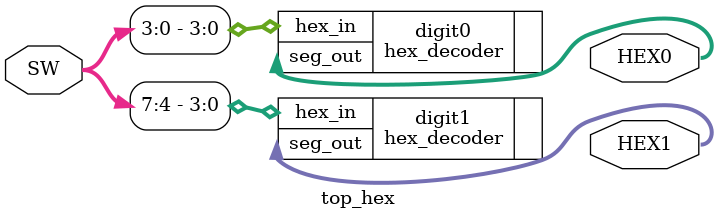
<source format=v>
module top_hex (
    input  [9:0] SW,
    output [6:0] HEX0,
    output [6:0] HEX1
);

// Instantiate decoder for HEX0 (lower 4 switches)
hex_decoder digit0 (
    .hex_in  (SW[3:0]),
    .seg_out (HEX0)
);

// Instantiate decoder for HEX1 (upper 4 switches)
hex_decoder digit1 (
    .hex_in  (SW[7:4]),
    .seg_out (HEX1)
);

endmodule
</source>
